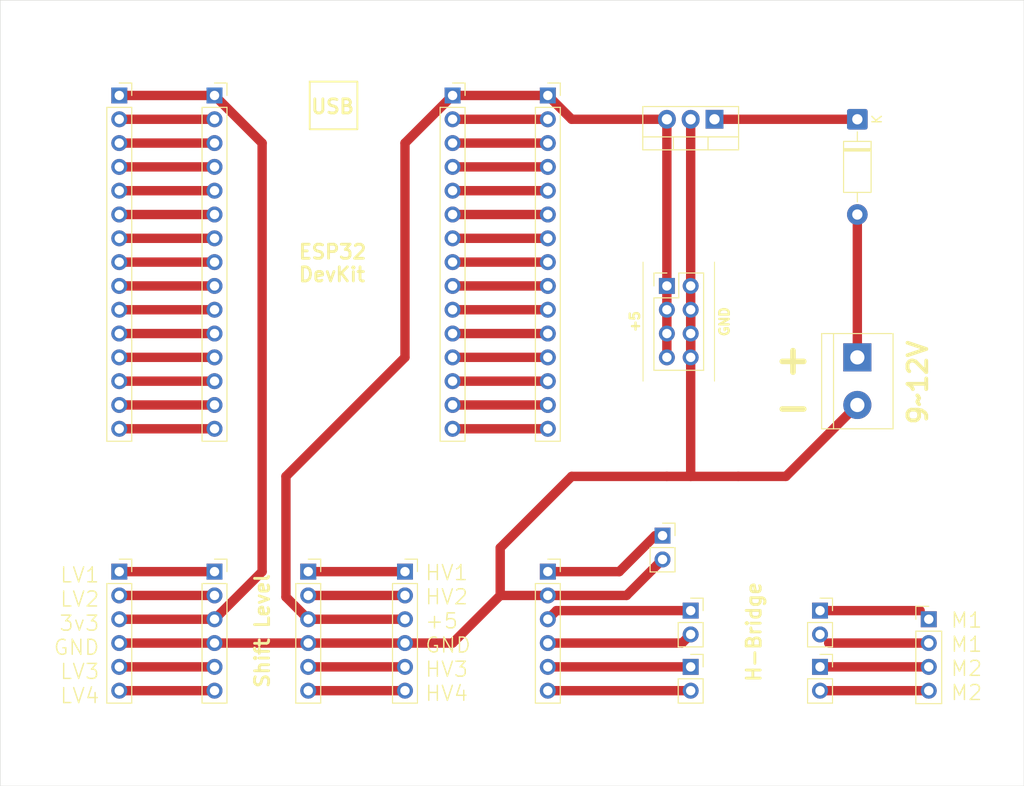
<source format=kicad_pcb>
(kicad_pcb (version 20241229) (generator "pcbnew") (generator_version "9.0")
  (title_block (title "Projeto ROME Conectado") (date "2025-05-26") (rev "0.1") (company "Unicuritiba (Lab. ROSIE)"))
  (layers (0 "F.Cu" signal) (2 "B.Cu" signal) (13 "F.Paste" user) (15 "B.Paste" user) (5 "F.SilkS" user "F.Silkscreen") (7 "B.SilkS" user "B.Silkscreen") (1 "F.Mask" user) (3 "B.Mask" user) (25 "Edge.Cuts" user))
  (net 0 "")
  (net 1 "VIN")
  (net 2 "Net-(D3-K)")
  (net 3 "GND")
  (net 4 "VCC")
  (net 5 "D2")
  (net 6 "RX2")
  (net 7 "D19")
  (net 8 "D21")
  (net 9 "D22")
  (net 10 "D4")
  (net 11 "RX0")
  (net 12 "D18")
  (net 13 "TX0")
  (net 14 "D15")
  (net 15 "TX2")
  (net 16 "D5")
  (net 17 "+5V")
  (net 18 "D27")
  (net 19 "VN")
  (net 20 "D32")
  (net 21 "D34")
  (net 22 "D26")
  (net 23 "D33")
  (net 24 "D35")
  (net 25 "D25")
  (net 26 "D13")
  (net 27 "D14")
  (net 28 "VP")
  (net 29 "D12")
  (net 30 "IN2")
  (net 31 "IN1")
  (net 32 "IN4")
  (net 33 "IN3")
  (net 34 "OUTA1")
  (net 35 "OUTA2")
  (net 36 "OUTB1")
  (net 37 "OUTB2")
  (net 38 "LV4")
  (net 39 "LV1")
  (net 40 "LV3")
  (net 41 "LV2")
  (net 42 "HV1")
  (net 43 "HV4")
  (net 44 "HV3")
  (net 45 "HV2")
  (net 46 "+3.3V")
  (net 47 "EN")
  (net 48 "D23")
  (footprint "TerminalBlock:TerminalBlock_bornier-2_P5.08mm" (layer "F.Cu") (at 182.88 101.6 -90)
    (property "Reference" "J1" (hide yes))
    (property "Value" "Screw_Terminal_01x02" (hide yes))
    (fp_line (start -2.54 3.81) (end 7.62 3.81) (stroke (width 0.12)) (layer "F.SilkS"))
    (fp_line (start 7.62 3.81) (end 7.62 -3.81) (stroke (width 0.12)) (layer "F.SilkS"))
    (fp_line (start 7.62 2.54) (end -2.54 2.54) (stroke (width 0.12)) (layer "F.SilkS"))
    (fp_line (start -2.54 -3.81) (end -2.54 3.81) (stroke (width 0.12)) (layer "F.SilkS"))
    (fp_line (start 7.62 -3.81) (end -2.54 -3.81) (stroke (width 0.12)) (layer "F.SilkS"))
    (pad "1" thru_hole rect (at 0 0 270) (size 3 3) (drill 1.52) (layers "*.Cu" "*.Mask") (net 4 "VCC"))
    (pad "2" thru_hole circle (at 5.08 0 270) (size 3 3) (drill 1.52) (layers "*.Cu" "*.Mask") (net 3 "GND"))
  )
  (footprint "Connector_PinSocket_2.54mm:PinSocket_1x06_P2.54mm_Vertical" (layer "F.Cu") (at 124.3 124.46)
    (property "Reference" "HV1" (hide yes))
    (property "Value" "Conn_01x06_Socket" (hide yes))
    (fp_line (start -1.33 1.27) (end -1.33 14.03) (stroke (width 0.12)) (layer "F.SilkS"))
    (fp_line (start -1.33 1.27) (end 1.33 1.27) (stroke (width 0.12)) (layer "F.SilkS"))
    (fp_line (start -1.33 14.03) (end 1.33 14.03) (stroke (width 0.12)) (layer "F.SilkS"))
    (fp_line (start 0 -1.33) (end 1.33 -1.33) (stroke (width 0.12)) (layer "F.SilkS"))
    (fp_line (start 1.33 -1.33) (end 1.33 0) (stroke (width 0.12)) (layer "F.SilkS"))
    (fp_line (start 1.33 1.27) (end 1.33 14.03) (stroke (width 0.12)) (layer "F.SilkS"))
    (pad "1" thru_hole rect (at 0 0) (size 1.7 1.7) (drill 1) (layers "*.Cu" "*.Mask") (net 42 "HV1"))
    (pad "2" thru_hole circle (at 0 2.54) (size 1.7 1.7) (drill 1) (layers "*.Cu" "*.Mask") (net 45 "HV2"))
    (pad "3" thru_hole circle (at 0 5.08) (size 1.7 1.7) (drill 1) (layers "*.Cu" "*.Mask") (net 17 "+5V"))
    (pad "4" thru_hole circle (at 0 7.62) (size 1.7 1.7) (drill 1) (layers "*.Cu" "*.Mask") (net 3 "GND"))
    (pad "5" thru_hole circle (at 0 10.16) (size 1.7 1.7) (drill 1) (layers "*.Cu" "*.Mask") (net 44 "HV3"))
    (pad "6" thru_hole circle (at 0 12.7) (size 1.7 1.7) (drill 1) (layers "*.Cu" "*.Mask") (net 43 "HV4"))
  )
  (footprint "Connector_PinSocket_2.54mm:PinSocket_1x06_P2.54mm_Vertical" (layer "F.Cu") (at 104.14 124.46)
    (property "Reference" "LVE1" (hide yes))
    (property "Value" "Conn_01x06_Socket" (hide yes))
    (fp_line (start -1.33 1.27) (end -1.33 14.03) (stroke (width 0.12)) (layer "F.SilkS"))
    (fp_line (start -1.33 1.27) (end 1.33 1.27) (stroke (width 0.12)) (layer "F.SilkS"))
    (fp_line (start -1.33 14.03) (end 1.33 14.03) (stroke (width 0.12)) (layer "F.SilkS"))
    (fp_line (start 0 -1.33) (end 1.33 -1.33) (stroke (width 0.12)) (layer "F.SilkS"))
    (fp_line (start 1.33 -1.33) (end 1.33 0) (stroke (width 0.12)) (layer "F.SilkS"))
    (fp_line (start 1.33 1.27) (end 1.33 14.03) (stroke (width 0.12)) (layer "F.SilkS"))
    (pad "1" thru_hole rect (at 0 0) (size 1.7 1.7) (drill 1) (layers "*.Cu" "*.Mask") (net 39 "LV1"))
    (pad "2" thru_hole circle (at 0 2.54) (size 1.7 1.7) (drill 1) (layers "*.Cu" "*.Mask") (net 41 "LV2"))
    (pad "3" thru_hole circle (at 0 5.08) (size 1.7 1.7) (drill 1) (layers "*.Cu" "*.Mask") (net 46 "+3.3V"))
    (pad "4" thru_hole circle (at 0 7.62) (size 1.7 1.7) (drill 1) (layers "*.Cu" "*.Mask") (net 3 "GND"))
    (pad "5" thru_hole circle (at 0 10.16) (size 1.7 1.7) (drill 1) (layers "*.Cu" "*.Mask") (net 40 "LV3"))
    (pad "6" thru_hole circle (at 0 12.7) (size 1.7 1.7) (drill 1) (layers "*.Cu" "*.Mask") (net 38 "LV4"))
  )
  (footprint "Connector_PinSocket_2.54mm:PinSocket_1x15_P2.54mm_Vertical" (layer "F.Cu") (at 149.86 73.66)
    (property "Reference" "DEVE1" (hide yes))
    (property "Value" "~" (hide yes))
    (fp_line (start -1.33 1.27) (end -1.33 36.89) (stroke (width 0.12)) (layer "F.SilkS"))
    (fp_line (start -1.33 1.27) (end 1.33 1.27) (stroke (width 0.12)) (layer "F.SilkS"))
    (fp_line (start -1.33 36.89) (end 1.33 36.89) (stroke (width 0.12)) (layer "F.SilkS"))
    (fp_line (start 0 -1.33) (end 1.33 -1.33) (stroke (width 0.12)) (layer "F.SilkS"))
    (fp_line (start 1.33 -1.33) (end 1.33 0) (stroke (width 0.12)) (layer "F.SilkS"))
    (fp_line (start 1.33 1.27) (end 1.33 36.89) (stroke (width 0.12)) (layer "F.SilkS"))
    (pad "1" thru_hole rect (at 0 0) (size 1.7 1.7) (drill 1) (layers "*.Cu" "*.Mask") (net 17 "+5V"))
    (pad "2" thru_hole circle (at 0 2.54) (size 1.7 1.7) (drill 1) (layers "*.Cu" "*.Mask") (net 3 "GND"))
    (pad "3" thru_hole circle (at 0 5.08) (size 1.7 1.7) (drill 1) (layers "*.Cu" "*.Mask") (net 26 "D13"))
    (pad "4" thru_hole circle (at 0 7.62) (size 1.7 1.7) (drill 1) (layers "*.Cu" "*.Mask") (net 29 "D12"))
    (pad "5" thru_hole circle (at 0 10.16) (size 1.7 1.7) (drill 1) (layers "*.Cu" "*.Mask") (net 27 "D14"))
    (pad "6" thru_hole circle (at 0 12.7) (size 1.7 1.7) (drill 1) (layers "*.Cu" "*.Mask") (net 18 "D27"))
    (pad "7" thru_hole circle (at 0 15.24) (size 1.7 1.7) (drill 1) (layers "*.Cu" "*.Mask") (net 22 "D26"))
    (pad "8" thru_hole circle (at 0 17.78) (size 1.7 1.7) (drill 1) (layers "*.Cu" "*.Mask") (net 25 "D25"))
    (pad "9" thru_hole circle (at 0 20.32) (size 1.7 1.7) (drill 1) (layers "*.Cu" "*.Mask") (net 23 "D33"))
    (pad "10" thru_hole circle (at 0 22.86) (size 1.7 1.7) (drill 1) (layers "*.Cu" "*.Mask") (net 20 "D32"))
    (pad "11" thru_hole circle (at 0 25.4) (size 1.7 1.7) (drill 1) (layers "*.Cu" "*.Mask") (net 24 "D35"))
    (pad "12" thru_hole circle (at 0 27.94) (size 1.7 1.7) (drill 1) (layers "*.Cu" "*.Mask") (net 21 "D34"))
    (pad "13" thru_hole circle (at 0 30.48) (size 1.7 1.7) (drill 1) (layers "*.Cu" "*.Mask") (net 19 "VN"))
    (pad "14" thru_hole circle (at 0 33.02) (size 1.7 1.7) (drill 1) (layers "*.Cu" "*.Mask") (net 28 "VP"))
    (pad "15" thru_hole circle (at 0 35.56) (size 1.7 1.7) (drill 1) (layers "*.Cu" "*.Mask") (net 47 "EN"))
  )
  (footprint "Connector_PinSocket_2.54mm:PinSocket_1x06_P2.54mm_Vertical" (layer "F.Cu") (at 149.86 124.46)
    (property "Reference" "HBE1" (hide yes))
    (property "Value" "Conn_01x06_Socket" (hide yes))
    (fp_line (start -1.33 1.27) (end -1.33 14.03) (stroke (width 0.12)) (layer "F.SilkS"))
    (fp_line (start -1.33 1.27) (end 1.33 1.27) (stroke (width 0.12)) (layer "F.SilkS"))
    (fp_line (start -1.33 14.03) (end 1.33 14.03) (stroke (width 0.12)) (layer "F.SilkS"))
    (fp_line (start 0 -1.33) (end 1.33 -1.33) (stroke (width 0.12)) (layer "F.SilkS"))
    (fp_line (start 1.33 -1.33) (end 1.33 0) (stroke (width 0.12)) (layer "F.SilkS"))
    (fp_line (start 1.33 1.27) (end 1.33 14.03) (stroke (width 0.12)) (layer "F.SilkS"))
    (pad "1" thru_hole rect (at 0 0) (size 1.7 1.7) (drill 1) (layers "*.Cu" "*.Mask") (net 1 "VIN"))
    (pad "2" thru_hole circle (at 0 2.54) (size 1.7 1.7) (drill 1) (layers "*.Cu" "*.Mask") (net 3 "GND"))
    (pad "3" thru_hole circle (at 0 5.08) (size 1.7 1.7) (drill 1) (layers "*.Cu" "*.Mask") (net 31 "IN1"))
    (pad "4" thru_hole circle (at 0 7.62) (size 1.7 1.7) (drill 1) (layers "*.Cu" "*.Mask") (net 30 "IN2"))
    (pad "5" thru_hole circle (at 0 10.16) (size 1.7 1.7) (drill 1) (layers "*.Cu" "*.Mask") (net 33 "IN3"))
    (pad "6" thru_hole circle (at 0 12.7) (size 1.7 1.7) (drill 1) (layers "*.Cu" "*.Mask") (net 32 "IN4"))
  )
  (footprint "Connector_PinSocket_2.54mm:PinSocket_1x06_P2.54mm_Vertical" (layer "F.Cu") (at 114.3 124.46)
    (property "Reference" "LV1" (hide yes))
    (property "Value" "Conn_01x06_Socket" (hide yes))
    (fp_line (start -1.33 1.27) (end -1.33 14.03) (stroke (width 0.12)) (layer "F.SilkS"))
    (fp_line (start -1.33 1.27) (end 1.33 1.27) (stroke (width 0.12)) (layer "F.SilkS"))
    (fp_line (start -1.33 14.03) (end 1.33 14.03) (stroke (width 0.12)) (layer "F.SilkS"))
    (fp_line (start 0 -1.33) (end 1.33 -1.33) (stroke (width 0.12)) (layer "F.SilkS"))
    (fp_line (start 1.33 -1.33) (end 1.33 0) (stroke (width 0.12)) (layer "F.SilkS"))
    (fp_line (start 1.33 1.27) (end 1.33 14.03) (stroke (width 0.12)) (layer "F.SilkS"))
    (pad "1" thru_hole rect (at 0 0) (size 1.7 1.7) (drill 1) (layers "*.Cu" "*.Mask") (net 39 "LV1"))
    (pad "2" thru_hole circle (at 0 2.54) (size 1.7 1.7) (drill 1) (layers "*.Cu" "*.Mask") (net 41 "LV2"))
    (pad "3" thru_hole circle (at 0 5.08) (size 1.7 1.7) (drill 1) (layers "*.Cu" "*.Mask") (net 46 "+3.3V"))
    (pad "4" thru_hole circle (at 0 7.62) (size 1.7 1.7) (drill 1) (layers "*.Cu" "*.Mask") (net 3 "GND"))
    (pad "5" thru_hole circle (at 0 10.16) (size 1.7 1.7) (drill 1) (layers "*.Cu" "*.Mask") (net 40 "LV3"))
    (pad "6" thru_hole circle (at 0 12.7) (size 1.7 1.7) (drill 1) (layers "*.Cu" "*.Mask") (net 38 "LV4"))
  )
  (footprint "Connector_PinSocket_2.54mm:PinSocket_1x02_P2.54mm_Vertical" (layer "F.Cu") (at 178.9 134.62)
    (property "Reference" "HBOUT2" (hide yes))
    (property "Value" "Conn_01x02_Socket" (hide yes))
    (fp_line (start -1.33 1.27) (end -1.33 3.87) (stroke (width 0.12)) (layer "F.SilkS"))
    (fp_line (start -1.33 1.27) (end 1.33 1.27) (stroke (width 0.12)) (layer "F.SilkS"))
    (fp_line (start -1.33 3.87) (end 1.33 3.87) (stroke (width 0.12)) (layer "F.SilkS"))
    (fp_line (start 0 -1.33) (end 1.33 -1.33) (stroke (width 0.12)) (layer "F.SilkS"))
    (fp_line (start 1.33 -1.33) (end 1.33 0) (stroke (width 0.12)) (layer "F.SilkS"))
    (fp_line (start 1.33 1.27) (end 1.33 3.87) (stroke (width 0.12)) (layer "F.SilkS"))
    (pad "1" thru_hole rect (at 0 0) (size 1.7 1.7) (drill 1) (layers "*.Cu" "*.Mask") (net 36 "OUTB1"))
    (pad "2" thru_hole circle (at 0 2.54) (size 1.7 1.7) (drill 1) (layers "*.Cu" "*.Mask") (net 37 "OUTB2"))
  )
  (footprint "Connector_PinSocket_2.54mm:PinSocket_1x02_P2.54mm_Vertical" (layer "F.Cu") (at 165.1 128.62)
    (property "Reference" "HBIN1" (hide yes))
    (property "Value" "Conn_01x02_Socket" (hide yes))
    (fp_line (start -1.33 1.27) (end -1.33 3.87) (stroke (width 0.12)) (layer "F.SilkS"))
    (fp_line (start -1.33 1.27) (end 1.33 1.27) (stroke (width 0.12)) (layer "F.SilkS"))
    (fp_line (start -1.33 3.87) (end 1.33 3.87) (stroke (width 0.12)) (layer "F.SilkS"))
    (fp_line (start 0 -1.33) (end 1.33 -1.33) (stroke (width 0.12)) (layer "F.SilkS"))
    (fp_line (start 1.33 -1.33) (end 1.33 0) (stroke (width 0.12)) (layer "F.SilkS"))
    (fp_line (start 1.33 1.27) (end 1.33 3.87) (stroke (width 0.12)) (layer "F.SilkS"))
    (pad "1" thru_hole rect (at 0 0) (size 1.7 1.7) (drill 1) (layers "*.Cu" "*.Mask") (net 31 "IN1"))
    (pad "2" thru_hole circle (at 0 2.54) (size 1.7 1.7) (drill 1) (layers "*.Cu" "*.Mask") (net 30 "IN2"))
  )
  (footprint "Connector_PinSocket_2.54mm:PinSocket_1x06_P2.54mm_Vertical" (layer "F.Cu") (at 134.62 124.46)
    (property "Reference" "HVE1" (hide yes))
    (property "Value" "Conn_01x06_Socket" (hide yes))
    (fp_line (start -1.33 1.27) (end -1.33 14.03) (stroke (width 0.12)) (layer "F.SilkS"))
    (fp_line (start -1.33 1.27) (end 1.33 1.27) (stroke (width 0.12)) (layer "F.SilkS"))
    (fp_line (start -1.33 14.03) (end 1.33 14.03) (stroke (width 0.12)) (layer "F.SilkS"))
    (fp_line (start 0 -1.33) (end 1.33 -1.33) (stroke (width 0.12)) (layer "F.SilkS"))
    (fp_line (start 1.33 -1.33) (end 1.33 0) (stroke (width 0.12)) (layer "F.SilkS"))
    (fp_line (start 1.33 1.27) (end 1.33 14.03) (stroke (width 0.12)) (layer "F.SilkS"))
    (pad "1" thru_hole rect (at 0 0) (size 1.7 1.7) (drill 1) (layers "*.Cu" "*.Mask") (net 42 "HV1"))
    (pad "2" thru_hole circle (at 0 2.54) (size 1.7 1.7) (drill 1) (layers "*.Cu" "*.Mask") (net 45 "HV2"))
    (pad "3" thru_hole circle (at 0 5.08) (size 1.7 1.7) (drill 1) (layers "*.Cu" "*.Mask") (net 17 "+5V"))
    (pad "4" thru_hole circle (at 0 7.62) (size 1.7 1.7) (drill 1) (layers "*.Cu" "*.Mask") (net 3 "GND"))
    (pad "5" thru_hole circle (at 0 10.16) (size 1.7 1.7) (drill 1) (layers "*.Cu" "*.Mask") (net 44 "HV3"))
    (pad "6" thru_hole circle (at 0 12.7) (size 1.7 1.7) (drill 1) (layers "*.Cu" "*.Mask") (net 43 "HV4"))
  )
  (footprint "Connector_PinSocket_2.54mm:PinSocket_1x15_P2.54mm_Vertical" (layer "F.Cu") (at 139.7 73.66)
    (property "Reference" "DEV1" (hide yes))
    (property "Value" "Conn_01x14_Socket" (hide yes))
    (fp_line (start -1.33 1.27) (end -1.33 36.89) (stroke (width 0.12)) (layer "F.SilkS"))
    (fp_line (start -1.33 1.27) (end 1.33 1.27) (stroke (width 0.12)) (layer "F.SilkS"))
    (fp_line (start -1.33 36.89) (end 1.33 36.89) (stroke (width 0.12)) (layer "F.SilkS"))
    (fp_line (start 0 -1.33) (end 1.33 -1.33) (stroke (width 0.12)) (layer "F.SilkS"))
    (fp_line (start 1.33 -1.33) (end 1.33 0) (stroke (width 0.12)) (layer "F.SilkS"))
    (fp_line (start 1.33 1.27) (end 1.33 36.89) (stroke (width 0.12)) (layer "F.SilkS"))
    (pad "1" thru_hole rect (at 0 0) (size 1.7 1.7) (drill 1) (layers "*.Cu" "*.Mask") (net 17 "+5V"))
    (pad "2" thru_hole circle (at 0 2.54) (size 1.7 1.7) (drill 1) (layers "*.Cu" "*.Mask") (net 3 "GND"))
    (pad "3" thru_hole circle (at 0 5.08) (size 1.7 1.7) (drill 1) (layers "*.Cu" "*.Mask") (net 26 "D13"))
    (pad "4" thru_hole circle (at 0 7.62) (size 1.7 1.7) (drill 1) (layers "*.Cu" "*.Mask") (net 29 "D12"))
    (pad "5" thru_hole circle (at 0 10.16) (size 1.7 1.7) (drill 1) (layers "*.Cu" "*.Mask") (net 27 "D14"))
    (pad "6" thru_hole circle (at 0 12.7) (size 1.7 1.7) (drill 1) (layers "*.Cu" "*.Mask") (net 18 "D27"))
    (pad "7" thru_hole circle (at 0 15.24) (size 1.7 1.7) (drill 1) (layers "*.Cu" "*.Mask") (net 22 "D26"))
    (pad "8" thru_hole circle (at 0 17.78) (size 1.7 1.7) (drill 1) (layers "*.Cu" "*.Mask") (net 25 "D25"))
    (pad "9" thru_hole circle (at 0 20.32) (size 1.7 1.7) (drill 1) (layers "*.Cu" "*.Mask") (net 23 "D33"))
    (pad "10" thru_hole circle (at 0 22.86) (size 1.7 1.7) (drill 1) (layers "*.Cu" "*.Mask") (net 20 "D32"))
    (pad "11" thru_hole circle (at 0 25.4) (size 1.7 1.7) (drill 1) (layers "*.Cu" "*.Mask") (net 24 "D35"))
    (pad "12" thru_hole circle (at 0 27.94) (size 1.7 1.7) (drill 1) (layers "*.Cu" "*.Mask") (net 21 "D34"))
    (pad "13" thru_hole circle (at 0 30.48) (size 1.7 1.7) (drill 1) (layers "*.Cu" "*.Mask") (net 19 "VN"))
    (pad "14" thru_hole circle (at 0 33.02) (size 1.7 1.7) (drill 1) (layers "*.Cu" "*.Mask") (net 28 "VP"))
    (pad "15" thru_hole circle (at 0 35.56) (size 1.7 1.7) (drill 1) (layers "*.Cu" "*.Mask") (net 47 "EN"))
  )
  (footprint "Package_TO_SOT_THT:TO-220-3_Vertical" (layer "F.Cu") (at 167.64 76.2 180)
    (property "Reference" "U3" (hide yes))
    (property "Value" "L7805")
    (fp_line (start 7.65 -3.26) (end 7.65 1.36) (stroke (width 0.12)) (layer "F.SilkS"))
    (fp_line (start 4.39 -3.26) (end 4.39 -1.88) (stroke (width 0.12)) (layer "F.SilkS"))
    (fp_line (start 0.69 -3.26) (end 0.69 -1.88) (stroke (width 0.12)) (layer "F.SilkS"))
    (fp_line (start -2.57 1.36) (end 7.65 1.36) (stroke (width 0.12)) (layer "F.SilkS"))
    (fp_line (start -2.57 -1.88) (end 7.65 -1.88) (stroke (width 0.12)) (layer "F.SilkS"))
    (fp_line (start -2.57 -3.26) (end 7.65 -3.26) (stroke (width 0.12)) (layer "F.SilkS"))
    (fp_line (start -2.57 -3.26) (end -2.57 1.36) (stroke (width 0.12)) (layer "F.SilkS"))
    (pad "1" thru_hole rect (at 0 0 180) (size 1.905 2) (drill 1.1) (layers "*.Cu" "*.Mask") (net 2 "Net-(D3-K)"))
    (pad "2" thru_hole oval (at 2.54 0 180) (size 1.905 2) (drill 1.1) (layers "*.Cu" "*.Mask") (net 3 "GND"))
    (pad "3" thru_hole oval (at 5.08 0 180) (size 1.905 2) (drill 1.1) (layers "*.Cu" "*.Mask") (net 17 "+5V"))
  )
  (footprint "Connector_PinHeader_2.54mm:PinHeader_2x04_P2.54mm_Vertical" (layer "F.Cu") (at 162.56 93.98)
    (property "Reference" "J2" (hide yes))
    (property "Value" "Conn_02x04_Counter_Clockwise" (hide yes))
    (fp_line (start -1.38 -1.38) (end 0 -1.38) (stroke (width 0.12)) (layer "F.SilkS"))
    (fp_line (start -1.38 0) (end -1.38 -1.38) (stroke (width 0.12)) (layer "F.SilkS"))
    (fp_line (start -1.38 1.27) (end -1.38 9) (stroke (width 0.12)) (layer "F.SilkS"))
    (fp_line (start -1.38 1.27) (end 1.27 1.27) (stroke (width 0.12)) (layer "F.SilkS"))
    (fp_line (start -1.38 9) (end 3.92 9) (stroke (width 0.12)) (layer "F.SilkS"))
    (fp_line (start 1.27 -1.38) (end 3.92 -1.38) (stroke (width 0.12)) (layer "F.SilkS"))
    (fp_line (start 1.27 1.27) (end 1.27 -1.38) (stroke (width 0.12)) (layer "F.SilkS"))
    (fp_line (start 3.92 -1.38) (end 3.92 9) (stroke (width 0.12)) (layer "F.SilkS"))
    (pad "1" thru_hole rect (at 0 0) (size 1.7 1.7) (drill 1) (layers "*.Cu" "*.Mask") (net 17 "+5V"))
    (pad "2" thru_hole circle (at 2.54 0) (size 1.7 1.7) (drill 1) (layers "*.Cu" "*.Mask") (net 3 "GND"))
    (pad "3" thru_hole circle (at 0 2.54) (size 1.7 1.7) (drill 1) (layers "*.Cu" "*.Mask") (net 17 "+5V"))
    (pad "4" thru_hole circle (at 2.54 2.54) (size 1.7 1.7) (drill 1) (layers "*.Cu" "*.Mask") (net 3 "GND"))
    (pad "5" thru_hole circle (at 0 5.08) (size 1.7 1.7) (drill 1) (layers "*.Cu" "*.Mask") (net 17 "+5V"))
    (pad "6" thru_hole circle (at 2.54 5.08) (size 1.7 1.7) (drill 1) (layers "*.Cu" "*.Mask") (net 3 "GND"))
    (pad "7" thru_hole circle (at 0 7.62) (size 1.7 1.7) (drill 1) (layers "*.Cu" "*.Mask") (net 17 "+5V"))
    (pad "8" thru_hole circle (at 2.54 7.62) (size 1.7 1.7) (drill 1) (layers "*.Cu" "*.Mask") (net 3 "GND"))
  )
  (footprint "Connector_PinSocket_2.54mm:PinSocket_1x15_P2.54mm_Vertical" (layer "F.Cu") (at 114.3 73.66)
    (property "Reference" "DEV2" (hide yes))
    (property "Value" "~" (hide yes))
    (fp_line (start -1.33 1.27) (end -1.33 36.89) (stroke (width 0.12)) (layer "F.SilkS"))
    (fp_line (start -1.33 1.27) (end 1.33 1.27) (stroke (width 0.12)) (layer "F.SilkS"))
    (fp_line (start -1.33 36.89) (end 1.33 36.89) (stroke (width 0.12)) (layer "F.SilkS"))
    (fp_line (start 0 -1.33) (end 1.33 -1.33) (stroke (width 0.12)) (layer "F.SilkS"))
    (fp_line (start 1.33 -1.33) (end 1.33 0) (stroke (width 0.12)) (layer "F.SilkS"))
    (fp_line (start 1.33 1.27) (end 1.33 36.89) (stroke (width 0.12)) (layer "F.SilkS"))
    (pad "1" thru_hole rect (at 0 0) (size 1.7 1.7) (drill 1) (layers "*.Cu" "*.Mask") (net 46 "+3.3V"))
    (pad "2" thru_hole circle (at 0 2.54) (size 1.7 1.7) (drill 1) (layers "*.Cu" "*.Mask") (net 3 "GND"))
    (pad "3" thru_hole circle (at 0 5.08) (size 1.7 1.7) (drill 1) (layers "*.Cu" "*.Mask") (net 14 "D15"))
    (pad "4" thru_hole circle (at 0 7.62) (size 1.7 1.7) (drill 1) (layers "*.Cu" "*.Mask") (net 5 "D2"))
    (pad "5" thru_hole circle (at 0 10.16) (size 1.7 1.7) (drill 1) (layers "*.Cu" "*.Mask") (net 10 "D4"))
    (pad "6" thru_hole circle (at 0 12.7) (size 1.7 1.7) (drill 1) (layers "*.Cu" "*.Mask") (net 6 "RX2"))
    (pad "7" thru_hole circle (at 0 15.24) (size 1.7 1.7) (drill 1) (layers "*.Cu" "*.Mask") (net 15 "TX2"))
    (pad "8" thru_hole circle (at 0 17.78) (size 1.7 1.7) (drill 1) (layers "*.Cu" "*.Mask") (net 16 "D5"))
    (pad "9" thru_hole circle (at 0 20.32) (size 1.7 1.7) (drill 1) (layers "*.Cu" "*.Mask") (net 12 "D18"))
    (pad "10" thru_hole circle (at 0 22.86) (size 1.7 1.7) (drill 1) (layers "*.Cu" "*.Mask") (net 7 "D19"))
    (pad "11" thru_hole circle (at 0 25.4) (size 1.7 1.7) (drill 1) (layers "*.Cu" "*.Mask") (net 8 "D21"))
    (pad "12" thru_hole circle (at 0 27.94) (size 1.7 1.7) (drill 1) (layers "*.Cu" "*.Mask") (net 11 "RX0"))
    (pad "13" thru_hole circle (at 0 30.48) (size 1.7 1.7) (drill 1) (layers "*.Cu" "*.Mask") (net 13 "TX0"))
    (pad "14" thru_hole circle (at 0 33.02) (size 1.7 1.7) (drill 1) (layers "*.Cu" "*.Mask") (net 9 "D22"))
    (pad "15" thru_hole circle (at 0 35.56) (size 1.7 1.7) (drill 1) (layers "*.Cu" "*.Mask") (net 48 "D23"))
  )
  (footprint "Connector_PinHeader_2.54mm:PinHeader_1x04_P2.54mm_Vertical" (layer "F.Cu") (at 190.5 129.54)
    (property "Reference" "HBE2" (hide yes))
    (property "Value" "Conn_01x04_Socket" (hide yes))
    (fp_line (start -1.38 -1.38) (end 0 -1.38) (stroke (width 0.12)) (layer "F.SilkS"))
    (fp_line (start -1.38 0) (end -1.38 -1.38) (stroke (width 0.12)) (layer "F.SilkS"))
    (fp_line (start -1.38 1.27) (end -1.38 9) (stroke (width 0.12)) (layer "F.SilkS"))
    (fp_line (start -1.38 1.27) (end 1.38 1.27) (stroke (width 0.12)) (layer "F.SilkS"))
    (fp_line (start -1.38 9) (end 1.38 9) (stroke (width 0.12)) (layer "F.SilkS"))
    (fp_line (start 1.38 1.27) (end 1.38 9) (stroke (width 0.12)) (layer "F.SilkS"))
    (pad "1" thru_hole rect (at 0 0) (size 1.7 1.7) (drill 1) (layers "*.Cu" "*.Mask") (net 34 "OUTA1"))
    (pad "2" thru_hole circle (at 0 2.54) (size 1.7 1.7) (drill 1) (layers "*.Cu" "*.Mask") (net 35 "OUTA2"))
    (pad "3" thru_hole circle (at 0 5.08) (size 1.7 1.7) (drill 1) (layers "*.Cu" "*.Mask") (net 36 "OUTB1"))
    (pad "4" thru_hole circle (at 0 7.62) (size 1.7 1.7) (drill 1) (layers "*.Cu" "*.Mask") (net 37 "OUTB2"))
  )
  (footprint "Connector_PinSocket_2.54mm:PinSocket_1x02_P2.54mm_Vertical" (layer "F.Cu") (at 165.1 134.62)
    (property "Reference" "HBIN2" (hide yes))
    (property "Value" "Conn_01x02_Socket" (hide yes))
    (fp_line (start -1.33 1.27) (end -1.33 3.87) (stroke (width 0.12)) (layer "F.SilkS"))
    (fp_line (start -1.33 1.27) (end 1.33 1.27) (stroke (width 0.12)) (layer "F.SilkS"))
    (fp_line (start -1.33 3.87) (end 1.33 3.87) (stroke (width 0.12)) (layer "F.SilkS"))
    (fp_line (start 0 -1.33) (end 1.33 -1.33) (stroke (width 0.12)) (layer "F.SilkS"))
    (fp_line (start 1.33 -1.33) (end 1.33 0) (stroke (width 0.12)) (layer "F.SilkS"))
    (fp_line (start 1.33 1.27) (end 1.33 3.87) (stroke (width 0.12)) (layer "F.SilkS"))
    (pad "1" thru_hole rect (at 0 0) (size 1.7 1.7) (drill 1) (layers "*.Cu" "*.Mask") (net 33 "IN3"))
    (pad "2" thru_hole circle (at 0 2.54) (size 1.7 1.7) (drill 1) (layers "*.Cu" "*.Mask") (net 32 "IN4"))
  )
  (footprint "Diode_THT:D_DO-41_SOD81_P10.16mm_Horizontal" (layer "F.Cu") (at 182.88 76.2 -90)
    (property "Reference" "D3" (hide yes))
    (property "Value" "1N4001" (hide yes))
    (fp_line (start 1.34 0) (end 2.36 0) (stroke (width 0.12)) (layer "F.SilkS"))
    (fp_line (start 8.82 0) (end 7.8 0) (stroke (width 0.12)) (layer "F.SilkS"))
    (fp_line (start 3.14 -1.47) (end 3.14 1.47) (stroke (width 0.12)) (layer "F.SilkS"))
    (fp_line (start 3.26 -1.47) (end 3.26 1.47) (stroke (width 0.12)) (layer "F.SilkS"))
    (fp_line (start 3.38 -1.47) (end 3.38 1.47) (stroke (width 0.12)) (layer "F.SilkS"))
    (fp_rect (start 2.36 -1.47) (end 7.8 1.47) (stroke (width 0.12)) (fill no) (layer "F.SilkS"))
    (fp_text user "K" (at 0 -2.1 90) (layer "F.SilkS"))
    (pad "1" thru_hole roundrect (at 0 0 270) (size 2.2 2.2) (drill 1.1) (layers "*.Cu" "*.Mask") (roundrect_rratio 0.113636) (net 2 "Net-(D3-K)"))
    (pad "2" thru_hole circle (at 10.16 0 270) (size 2.2 2.2) (drill 1.1) (layers "*.Cu" "*.Mask") (net 4 "VCC"))
  )
  (footprint "Connector_PinSocket_2.54mm:PinSocket_1x02_P2.54mm_Vertical" (layer "F.Cu") (at 178.9 128.62)
    (property "Reference" "HBOUT1" (hide yes))
    (property "Value" "Conn_01x02_Socket" (hide yes))
    (fp_line (start -1.33 1.27) (end -1.33 3.87) (stroke (width 0.12)) (layer "F.SilkS"))
    (fp_line (start -1.33 1.27) (end 1.33 1.27) (stroke (width 0.12)) (layer "F.SilkS"))
    (fp_line (start -1.33 3.87) (end 1.33 3.87) (stroke (width 0.12)) (layer "F.SilkS"))
    (fp_line (start 0 -1.33) (end 1.33 -1.33) (stroke (width 0.12)) (layer "F.SilkS"))
    (fp_line (start 1.33 -1.33) (end 1.33 0) (stroke (width 0.12)) (layer "F.SilkS"))
    (fp_line (start 1.33 1.27) (end 1.33 3.87) (stroke (width 0.12)) (layer "F.SilkS"))
    (pad "1" thru_hole rect (at 0 0) (size 1.7 1.7) (drill 1) (layers "*.Cu" "*.Mask") (net 34 "OUTA1"))
    (pad "2" thru_hole circle (at 0 2.54) (size 1.7 1.7) (drill 1) (layers "*.Cu" "*.Mask") (net 35 "OUTA2"))
  )
  (footprint "Connector_PinSocket_2.54mm:PinSocket_1x02_P2.54mm_Vertical" (layer "F.Cu") (at 162.1 120.62)
    (property "Reference" "HBP1" (hide yes))
    (property "Value" "Conn_01x02_Socket" (hide yes))
    (fp_line (start -1.33 1.27) (end -1.33 3.87) (stroke (width 0.12)) (layer "F.SilkS"))
    (fp_line (start -1.33 1.27) (end 1.33 1.27) (stroke (width 0.12)) (layer "F.SilkS"))
    (fp_line (start -1.33 3.87) (end 1.33 3.87) (stroke (width 0.12)) (layer "F.SilkS"))
    (fp_line (start 0 -1.33) (end 1.33 -1.33) (stroke (width 0.12)) (layer "F.SilkS"))
    (fp_line (start 1.33 -1.33) (end 1.33 0) (stroke (width 0.12)) (layer "F.SilkS"))
    (fp_line (start 1.33 1.27) (end 1.33 3.87) (stroke (width 0.12)) (layer "F.SilkS"))
    (pad "1" thru_hole rect (at 0 0) (size 1.7 1.7) (drill 1) (layers "*.Cu" "*.Mask") (net 1 "VIN"))
    (pad "2" thru_hole circle (at 0 2.54) (size 1.7 1.7) (drill 1) (layers "*.Cu" "*.Mask") (net 3 "GND"))
  )
  (footprint "Connector_PinSocket_2.54mm:PinSocket_1x15_P2.54mm_Vertical" (layer "F.Cu") (at 104.14 73.66)
    (property "Reference" "DEVE2" (hide yes))
    (property "Value" "~" (hide yes))
    (fp_line (start -1.33 1.27) (end -1.33 36.89) (stroke (width 0.12)) (layer "F.SilkS"))
    (fp_line (start -1.33 1.27) (end 1.33 1.27) (stroke (width 0.12)) (layer "F.SilkS"))
    (fp_line (start -1.33 36.89) (end 1.33 36.89) (stroke (width 0.12)) (layer "F.SilkS"))
    (fp_line (start 0 -1.33) (end 1.33 -1.33) (stroke (width 0.12)) (layer "F.SilkS"))
    (fp_line (start 1.33 -1.33) (end 1.33 0) (stroke (width 0.12)) (layer "F.SilkS"))
    (fp_line (start 1.33 1.27) (end 1.33 36.89) (stroke (width 0.12)) (layer "F.SilkS"))
    (pad "1" thru_hole rect (at 0 0) (size 1.7 1.7) (drill 1) (layers "*.Cu" "*.Mask") (net 46 "+3.3V"))
    (pad "2" thru_hole circle (at 0 2.54) (size 1.7 1.7) (drill 1) (layers "*.Cu" "*.Mask") (net 3 "GND"))
    (pad "3" thru_hole circle (at 0 5.08) (size 1.7 1.7) (drill 1) (layers "*.Cu" "*.Mask") (net 14 "D15"))
    (pad "4" thru_hole circle (at 0 7.62) (size 1.7 1.7) (drill 1) (layers "*.Cu" "*.Mask") (net 5 "D2"))
    (pad "5" thru_hole circle (at 0 10.16) (size 1.7 1.7) (drill 1) (layers "*.Cu" "*.Mask") (net 10 "D4"))
    (pad "6" thru_hole circle (at 0 12.7) (size 1.7 1.7) (drill 1) (layers "*.Cu" "*.Mask") (net 6 "RX2"))
    (pad "7" thru_hole circle (at 0 15.24) (size 1.7 1.7) (drill 1) (layers "*.Cu" "*.Mask") (net 15 "TX2"))
    (pad "8" thru_hole circle (at 0 17.78) (size 1.7 1.7) (drill 1) (layers "*.Cu" "*.Mask") (net 16 "D5"))
    (pad "9" thru_hole circle (at 0 20.32) (size 1.7 1.7) (drill 1) (layers "*.Cu" "*.Mask") (net 12 "D18"))
    (pad "10" thru_hole circle (at 0 22.86) (size 1.7 1.7) (drill 1) (layers "*.Cu" "*.Mask") (net 7 "D19"))
    (pad "11" thru_hole circle (at 0 25.4) (size 1.7 1.7) (drill 1) (layers "*.Cu" "*.Mask") (net 8 "D21"))
    (pad "12" thru_hole circle (at 0 27.94) (size 1.7 1.7) (drill 1) (layers "*.Cu" "*.Mask") (net 11 "RX0"))
    (pad "13" thru_hole circle (at 0 30.48) (size 1.7 1.7) (drill 1) (layers "*.Cu" "*.Mask") (net 13 "TX0"))
    (pad "14" thru_hole circle (at 0 33.02) (size 1.7 1.7) (drill 1) (layers "*.Cu" "*.Mask") (net 9 "D22"))
    (pad "15" thru_hole circle (at 0 35.56) (size 1.7 1.7) (drill 1) (layers "*.Cu" "*.Mask") (net 48 "D23"))
  )
  (gr_rect (start 124.46 72.185) (end 129.54 77.265) (stroke (width 0.2)) (fill no) (layer "F.SilkS"))
  (gr_line (start 167.64 104.14) (end 167.64 91.44) (stroke (width 0.1)) (layer "F.SilkS"))
  (gr_line (start 160.02 104.14) (end 160.02 91.44) (stroke (width 0.1)) (layer "F.SilkS"))
  (gr_rect (start 91.44 63.5) (end 200.66 147.32) (stroke (width 0.05)) (fill no) (layer "Edge.Cuts"))
  (gr_text "-" (at 173.764466 108.652431 0) (layer "F.SilkS") (effects (font (size 3 3) (thickness 0.6) (bold yes)) (justify left bottom)))
  (gr_text "+" (at 173.764466 103.572431 0) (layer "F.SilkS") (effects (font (size 3 3) (thickness 0.6) (bold yes)) (justify left bottom)))
  (gr_text "+5" (at 159.733723 97.79 90) (layer "F.SilkS") (effects (font (size 1 1) (thickness 0.25) (bold yes)) (justify bottom)))
  (gr_text "Shift Level" (at 120.271 130.785 90) (layer "F.SilkS") (effects (font (size 1.5 1.5) (thickness 0.3) (bold yes)) (justify bottom)))
  (gr_text "9~12V" (at 190.5 108.968572 90) (layer "F.SilkS") (effects (font (size 2 2) (thickness 0.4) (bold yes)) (justify left bottom)))
  (gr_text "USB" (at 124.45 75.721 0) (layer "F.SilkS") (effects (font (size 1.5 1.5) (thickness 0.3) (bold yes)) (justify left bottom)))
  (gr_text "H-Bridge" (at 172.72 136.370715 90) (layer "F.SilkS") (effects (font (size 1.5 1.5) (thickness 0.3) (bold yes)) (justify left bottom)))
  (gr_text "ESP32\nDevKit" (at 123.128572 93.643458 0) (layer "F.SilkS") (effects (font (size 1.5 1.5) (thickness 0.3) (bold yes)) (justify left bottom)))
  (gr_text "GND" (at 169.288865 97.79 90) (layer "F.SilkS") (effects (font (size 1 1) (thickness 0.25) (bold yes)) (justify bottom)))
  (gr_text_box "HV1\nHV2\n+5\nGND\nHV3\nHV4" (start 135.677459 122.635201) (end 140.757459 140.415201) (margins 1.0025 1.0025 1.0025 1.0025) (layer "F.SilkS") (effects (font (size 1.6 1.6)) (justify left top)) (border no))
  (gr_text_box "LV1\nLV2\n3v3\nGND\nLV3\nLV4" (start 98.038102 122.876132) (end 103.118102 140.656132) (margins 1.0025 1.0025 1.0025 1.0025) (layer "F.SilkS") (effects (font (size 1.6 1.6)) (justify right top)) (border no))
  (gr_text_box "\n\nM1\nM1\nM2\nM2" (start 191.756051 122.54804) (end 196.836051 140.32804) (margins 1.0025 1.0025 1.0025 1.0025) (layer "F.SilkS") (effects (font (size 1.6 1.6)) (justify left top)) (border no))
  (segment (start 162.1 120.62) (end 161.32 120.62) (width 1) (layer "F.Cu") (net 1))
  (segment (start 157.48 124.46) (end 149.86 124.46) (width 1) (layer "F.Cu") (net 1))
  (segment (start 161.32 120.62) (end 157.48 124.46) (width 1) (layer "F.Cu") (net 1))
  (segment (start 182.88 76.2) (end 167.64 76.2) (width 1) (layer "F.Cu") (net 2))
  (segment (start 165.1 114.3) (end 162.56 114.3) (width 1) (layer "F.Cu") (net 3))
  (segment (start 134.62 132.08) (end 124.3 132.08) (width 1) (layer "F.Cu") (net 3))
  (segment (start 175.26 114.3) (end 182.88 106.68) (width 1) (layer "F.Cu") (net 3))
  (segment (start 158.26 127) (end 149.86 127) (width 1) (layer "F.Cu") (net 3))
  (segment (start 124.3 132.08) (end 114.3 132.08) (width 1) (layer "F.Cu") (net 3))
  (segment (start 149.86 76.2) (end 139.7 76.2) (width 1) (layer "F.Cu") (net 3))
  (segment (start 165.1 96.52) (end 165.1 114.3) (width 1) (layer "F.Cu") (net 3))
  (segment (start 144.78 127) (end 139.7 132.08) (width 1) (layer "F.Cu") (net 3))
  (segment (start 162.1 123.16) (end 158.26 127) (width 1) (layer "F.Cu") (net 3))
  (segment (start 170.18 114.3) (end 165.1 114.3) (width 1) (layer "F.Cu") (net 3))
  (segment (start 144.78 121.92) (end 144.78 127) (width 1) (layer "F.Cu") (net 3))
  (segment (start 162.56 114.3) (end 152.4 114.3) (width 1) (layer "F.Cu") (net 3))
  (segment (start 139.7 132.08) (end 134.62 132.08) (width 1) (layer "F.Cu") (net 3))
  (segment (start 149.86 127) (end 144.78 127) (width 1) (layer "F.Cu") (net 3))
  (segment (start 165.1 76.2) (end 165.1 93.98) (width 1) (layer "F.Cu") (net 3))
  (segment (start 114.3 76.2) (end 104.14 76.2) (width 1) (layer "F.Cu") (net 3))
  (segment (start 165.1 101.6) (end 165.1 93.98) (width 1) (layer "F.Cu") (net 3))
  (segment (start 114.3 132.08) (end 104.14 132.08) (width 1) (layer "F.Cu") (net 3))
  (segment (start 152.4 114.3) (end 144.78 121.92) (width 1) (layer "F.Cu") (net 3))
  (segment (start 170.18 114.3) (end 175.26 114.3) (width 1) (layer "F.Cu") (net 3))
  (segment (start 182.88 101.6) (end 182.88 86.36) (width 1) (layer "F.Cu") (net 4))
  (segment (start 114.3 81.28) (end 104.14 81.28) (width 1) (layer "F.Cu") (net 5))
  (segment (start 114.3 86.36) (end 104.14 86.36) (width 1) (layer "F.Cu") (net 6))
  (segment (start 114.3 96.52) (end 104.14 96.52) (width 1) (layer "F.Cu") (net 7))
  (segment (start 114.3 99.06) (end 104.14 99.06) (width 1) (layer "F.Cu") (net 8))
  (segment (start 114.3 106.68) (end 104.14 106.68) (width 1) (layer "F.Cu") (net 9))
  (segment (start 114.3 83.82) (end 104.14 83.82) (width 1) (layer "F.Cu") (net 10))
  (segment (start 114.3 101.6) (end 104.14 101.6) (width 1) (layer "F.Cu") (net 11))
  (segment (start 114.3 93.98) (end 104.14 93.98) (width 1) (layer "F.Cu") (net 12))
  (segment (start 114.3 104.14) (end 104.14 104.14) (width 1) (layer "F.Cu") (net 13))
  (segment (start 114.3 78.74) (end 104.14 78.74) (width 1) (layer "F.Cu") (net 14))
  (segment (start 114.3 88.9) (end 104.14 88.9) (width 1) (layer "F.Cu") (net 15))
  (segment (start 114.3 91.44) (end 104.14 91.44) (width 1) (layer "F.Cu") (net 16))
  (segment (start 121.92 114.3) (end 121.92 127.16) (width 1) (layer "F.Cu") (net 17))
  (segment (start 124.3 129.54) (end 134.62 129.54) (width 1) (layer "F.Cu") (net 17))
  (segment (start 149.86 73.66) (end 139.7 73.66) (width 1) (layer "F.Cu") (net 17))
  (segment (start 162.56 76.2) (end 162.56 93.98) (width 1) (layer "F.Cu") (net 17))
  (segment (start 162.56 101.6) (end 162.56 93.98) (width 1) (layer "F.Cu") (net 17))
  (segment (start 134.62 101.6) (end 121.92 114.3) (width 1) (layer "F.Cu") (net 17))
  (segment (start 162.56 76.2) (end 152.4 76.2) (width 1) (layer "F.Cu") (net 17))
  (segment (start 134.62 78.74) (end 134.62 101.6) (width 1) (layer "F.Cu") (net 17))
  (segment (start 152.4 76.2) (end 149.86 73.66) (width 1) (layer "F.Cu") (net 17))
  (segment (start 121.92 127.16) (end 124.3 129.54) (width 1) (layer "F.Cu") (net 17))
  (segment (start 139.7 73.66) (end 134.62 78.74) (width 1) (layer "F.Cu") (net 17))
  (segment (start 139.7 86.36) (end 149.86 86.36) (width 1) (layer "F.Cu") (net 18))
  (segment (start 149.86 104.14) (end 139.7 104.14) (width 1) (layer "F.Cu") (net 19))
  (segment (start 139.7 96.52) (end 149.86 96.52) (width 1) (layer "F.Cu") (net 20))
  (segment (start 139.7 101.6) (end 149.86 101.6) (width 1) (layer "F.Cu") (net 21))
  (segment (start 149.86 88.9) (end 139.7 88.9) (width 1) (layer "F.Cu") (net 22))
  (segment (start 149.86 93.98) (end 139.7 93.98) (width 1) (layer "F.Cu") (net 23))
  (segment (start 149.86 99.06) (end 139.7 99.06) (width 1) (layer "F.Cu") (net 24))
  (segment (start 139.7 91.44) (end 149.86 91.44) (width 1) (layer "F.Cu") (net 25))
  (segment (start 149.86 78.74) (end 139.7 78.74) (width 1) (layer "F.Cu") (net 26))
  (segment (start 139.7 83.82) (end 149.86 83.82) (width 1) (layer "F.Cu") (net 27))
  (segment (start 139.7 106.68) (end 149.86 106.68) (width 1) (layer "F.Cu") (net 28))
  (segment (start 139.7 81.28) (end 149.86 81.28) (width 1) (layer "F.Cu") (net 29))
  (segment (start 164.18 132.08) (end 149.86 132.08) (width 1) (layer "F.Cu") (net 30))
  (segment (start 165.1 131.16) (end 164.18 132.08) (width 1) (layer "F.Cu") (net 30))
  (segment (start 165.1 128.62) (end 150.78 128.62) (width 1) (layer "F.Cu") (net 31))
  (segment (start 150.78 128.62) (end 149.86 129.54) (width 1) (layer "F.Cu") (net 31))
  (segment (start 165.1 137.16) (end 149.86 137.16) (width 1) (layer "F.Cu") (net 32))
  (segment (start 165.1 134.62) (end 149.86 134.62) (width 1) (layer "F.Cu") (net 33))
  (segment (start 189.58 128.62) (end 190.5 129.54) (width 0.2) (layer "F.Cu") (net 34))
  (segment (start 178.9 128.62) (end 189.58 128.62) (width 1) (layer "F.Cu") (net 34))
  (segment (start 178.9 131.16) (end 179.82 132.08) (width 0.2) (layer "F.Cu") (net 35))
  (segment (start 179.82 132.08) (end 190.5 132.08) (width 1) (layer "F.Cu") (net 35))
  (segment (start 178.9 134.62) (end 190.5 134.62) (width 1) (layer "F.Cu") (net 36))
  (segment (start 178.9 137.16) (end 190.5 137.16) (width 1) (layer "F.Cu") (net 37))
  (segment (start 104.14 137.16) (end 114.3 137.16) (width 1) (layer "F.Cu") (net 38))
  (segment (start 114.3 124.46) (end 104.14 124.46) (width 1) (layer "F.Cu") (net 39))
  (segment (start 104.14 134.62) (end 114.3 134.62) (width 1) (layer "F.Cu") (net 40))
  (segment (start 104.14 127) (end 114.3 127) (width 1) (layer "F.Cu") (net 41))
  (segment (start 124.3 124.46) (end 134.62 124.46) (width 1) (layer "F.Cu") (net 42))
  (segment (start 124.3 137.16) (end 134.62 137.16) (width 1) (layer "F.Cu") (net 43))
  (segment (start 124.3 134.62) (end 134.62 134.62) (width 1) (layer "F.Cu") (net 44))
  (segment (start 124.3 127) (end 134.62 127) (width 1) (layer "F.Cu") (net 45))
  (segment (start 119.38 124.46) (end 114.3 129.54) (width 1) (layer "F.Cu") (net 46))
  (segment (start 114.3 73.66) (end 119.38 78.74) (width 1) (layer "F.Cu") (net 46))
  (segment (start 104.14 129.54) (end 114.3 129.54) (width 1) (layer "F.Cu") (net 46))
  (segment (start 114.3 73.66) (end 104.14 73.66) (width 1) (layer "F.Cu") (net 46))
  (segment (start 119.38 78.74) (end 119.38 124.46) (width 1) (layer "F.Cu") (net 46))
  (segment (start 139.7 109.22) (end 149.86 109.22) (width 1) (layer "F.Cu") (net 47))
  (segment (start 114.3 109.22) (end 104.14 109.22) (width 1) (layer "F.Cu") (net 48))
)
</source>
